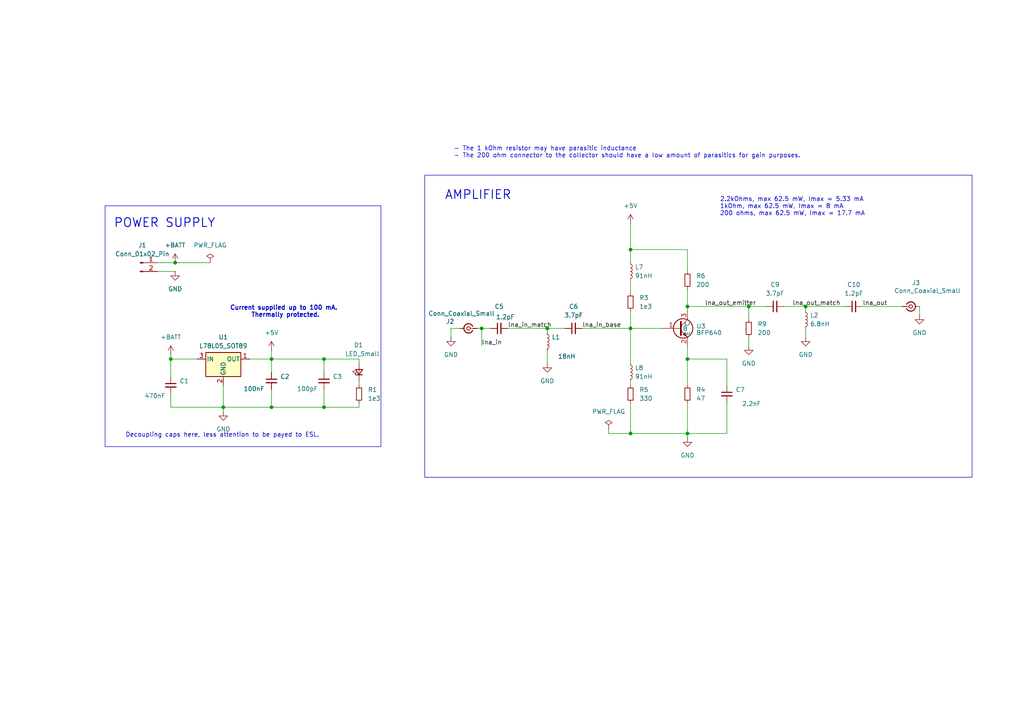
<source format=kicad_sch>
(kicad_sch (version 20231120) (generator "eeschema") (generator_version "8.0")
  (paper "A4")
  (lib_symbols
    (symbol "BFP640_1"
      (property "Reference" "U" (at 4.064 -0.762 0))
      (symbol "BFP640_1_0_1"
        (circle (center -1.27 0) (radius 2.8194) (stroke (width 0.254)))
        (polyline (pts (xy -1.905 0.635) (xy 0 2.54)))
        (polyline (pts (xy -1.905 -0.635) (xy 0 -2.54) (xy 0 -2.54)))
        (polyline (pts (xy -1.905 1.905) (xy -1.905 -1.905) (xy -1.905 -1.905)) (stroke (width 0.508)))
        (polyline (pts (xy -1.27 -1.778) (xy -0.762 -1.27) (xy -0.254 -2.286) (xy -1.27 -1.778) (xy -1.27 -1.778)) (fill (type outline)))
      )
      (symbol "BFP640_1_1_1"
        (pin input line (at -7.62 0 0) (length 5.715) (name "B") (number "1"))
        (pin passive line (at 0 -5.08 90) (length 2.54) (name "E") (number "2"))
        (pin passive line (at 0 5.08 270) (length 2.54) (name "C") (number "3"))
      )
    )
    (symbol "Connector:Conn_01x02_Pin" (pin_names (offset 1.016) hide)
      (property "Reference" "J" (at 0 2.54 0))
      (property "Value" "Conn_01x02_Pin" (at 0 -5.08 0))
      (symbol "Conn_01x02_Pin_1_1"
        (polyline (pts (xy 1.27 -2.54) (xy 0.8636 -2.54)) (stroke (width 0.1524)))
        (polyline (pts (xy 1.27 0) (xy 0.8636 0)) (stroke (width 0.1524)))
        (rectangle (start 0.8636 -2.413) (end 0 -2.667) (stroke (width 0.1524)) (fill (type outline)))
        (rectangle (start 0.8636 0.127) (end 0 -0.127) (stroke (width 0.1524)) (fill (type outline)))
        (pin passive line (at 5.08 0 180) (length 3.81) (name "Pin_1") (number "1"))
        (pin passive line (at 5.08 -2.54 180) (length 3.81) (name "Pin_2") (number "2"))
      )
    )
    (symbol "Connector:Conn_Coaxial_Small" (pin_numbers hide) (pin_names (offset 1.016) hide)
      (property "Reference" "J" (at 0.254 3.048 0))
      (property "Value" "Conn_Coaxial_Small" (at 0 -3.81 0))
      (symbol "Conn_Coaxial_Small_0_1"
        (polyline (pts (xy -2.54 0) (xy -0.508 0)))
        (circle (center 0 0) (radius 0.508) (stroke (width 0.2032)))
      )
      (symbol "Conn_Coaxial_Small_1_1"
        (arc (start -1.1916 -0.6311) (mid 0.327 -1.3081) (end 1.3484 0.0039) (stroke (width 0.3048)))
        (arc (start 1.3484 -0.0039) (mid 0.327 1.3081) (end -1.1916 0.6311) (stroke (width 0.3048)))
        (pin passive line (at -2.54 0 0) (length 1.27) (name "In") (number "1"))
        (pin passive line (at 2.54 0 180) (length 1.27) (name "Ext") (number "2"))
      )
    )
    (symbol "Device:C_Small" (pin_numbers hide) (pin_names (offset 0.254) hide)
      (property "Reference" "C" (at 0.254 1.778 0))
      (property "Value" "C_Small" (at 0.254 -2.032 0))
      (symbol "C_Small_0_1"
        (polyline (pts (xy -1.524 -0.508) (xy 1.524 -0.508)) (stroke (width 0.3302)))
        (polyline (pts (xy -1.524 0.508) (xy 1.524 0.508)) (stroke (width 0.3048)))
      )
      (symbol "C_Small_1_1"
        (pin passive line (at 0 2.54 270) (length 2.032) (name "~") (number "1"))
        (pin passive line (at 0 -2.54 90) (length 2.032) (name "~") (number "2"))
      )
    )
    (symbol "Device:LED_Small" (pin_numbers hide) (pin_names (offset 0.254) hide)
      (property "Reference" "D" (at -1.27 3.175 0))
      (property "Value" "LED_Small" (at -4.445 -2.54 0))
      (symbol "LED_Small_0_1"
        (polyline (pts (xy -0.762 -1.016) (xy -0.762 1.016)) (stroke (width 0.254)))
        (polyline (pts (xy 1.016 0) (xy -0.762 0)))
        (polyline (pts (xy 0.762 -1.016) (xy -0.762 0) (xy 0.762 1.016) (xy 0.762 -1.016)) (stroke (width 0.254)))
        (polyline (pts (xy 0 0.762) (xy -0.508 1.27) (xy -0.254 1.27) (xy -0.508 1.27) (xy -0.508 1.016)))
        (polyline (pts (xy 0.508 1.27) (xy 0 1.778) (xy 0.254 1.778) (xy 0 1.778) (xy 0 1.524)))
      )
      (symbol "LED_Small_1_1"
        (pin passive line (at -2.54 0 0) (length 1.778) (name "K") (number "1"))
        (pin passive line (at 2.54 0 180) (length 1.778) (name "A") (number "2"))
      )
    )
    (symbol "Device:L_Small" (pin_numbers hide) (pin_names (offset 0.254) hide)
      (property "Reference" "L" (at 0.762 1.016 0))
      (property "Value" "L_Small" (at 0.762 -1.016 0))
      (symbol "L_Small_0_1"
        (arc (start 0 -2.032) (mid 0.5058 -1.524) (end 0 -1.016))
        (arc (start 0 -1.016) (mid 0.5058 -0.508) (end 0 0))
        (arc (start 0 0) (mid 0.5058 0.508) (end 0 1.016))
        (arc (start 0 1.016) (mid 0.5058 1.524) (end 0 2.032))
      )
      (symbol "L_Small_1_1"
        (pin passive line (at 0 2.54 270) (length 0.508) (name "~") (number "1"))
        (pin passive line (at 0 -2.54 90) (length 0.508) (name "~") (number "2"))
      )
    )
    (symbol "Device:R_Small" (pin_numbers hide) (pin_names (offset 0.254) hide)
      (property "Reference" "R" (at 0.762 0.508 0))
      (property "Value" "R_Small" (at 0.762 -1.016 0))
      (symbol "R_Small_0_1"
        (rectangle (start -0.762 1.778) (end 0.762 -1.778) (stroke (width 0.2032)))
      )
      (symbol "R_Small_1_1"
        (pin passive line (at 0 2.54 270) (length 0.762) (name "~") (number "1"))
        (pin passive line (at 0 -2.54 90) (length 0.762) (name "~") (number "2"))
      )
    )
    (symbol "Regulator_Linear:L78L05_SOT89" (pin_names (offset 0.254))
      (property "Reference" "U" (at -3.81 3.175 0))
      (property "Value" "L78L05_SOT89" (at -0.635 3.175 0))
      (symbol "L78L05_SOT89_0_1"
        (rectangle (start -5.08 1.905) (end 5.08 -5.08) (stroke (width 0.254)) (fill (type background)))
      )
      (symbol "L78L05_SOT89_1_1"
        (pin power_out line (at 7.62 0 180) (length 2.54) (name "OUT") (number "1"))
        (pin power_in line (at 0 -7.62 90) (length 2.54) (name "GND") (number "2"))
        (pin power_in line (at -7.62 0 0) (length 2.54) (name "IN") (number "3"))
      )
    )
    (symbol "power:+5V" (power) (pin_numbers hide) (pin_names (offset 0) hide)
      (property "Value" "+5V" (at 0 3.556 0))
      (symbol "+5V_0_1"
        (polyline (pts (xy -0.762 1.27) (xy 0 2.54)))
        (polyline (pts (xy 0 0) (xy 0 2.54)))
        (polyline (pts (xy 0 2.54) (xy 0.762 1.27)))
      )
      (symbol "+5V_1_1"
        (pin power_in line (at 0 0 90) (length 0) (name "~") (number "1"))
      )
    )
    (symbol "power:+BATT" (power) (pin_numbers hide) (pin_names (offset 0) hide)
      (property "Value" "+BATT" (at 0 3.556 0))
      (symbol "+BATT_0_1"
        (polyline (pts (xy -0.762 1.27) (xy 0 2.54)))
        (polyline (pts (xy 0 0) (xy 0 2.54)))
        (polyline (pts (xy 0 2.54) (xy 0.762 1.27)))
      )
      (symbol "+BATT_1_1"
        (pin power_in line (at 0 0 90) (length 0) (name "~") (number "1"))
      )
    )
    (symbol "power:GND" (power) (pin_numbers hide) (pin_names (offset 0) hide)
      (property "Value" "GND" (at 0 -3.81 0))
      (symbol "GND_0_1"
        (polyline (pts (xy 0 0) (xy 0 -1.27) (xy 1.27 -1.27) (xy 0 -2.54) (xy -1.27 -1.27) (xy 0 -1.27)))
      )
      (symbol "GND_1_1"
        (pin power_in line (at 0 0 270) (length 0) (name "~") (number "1"))
      )
    )
    (symbol "power:PWR_FLAG" (power) (pin_numbers hide) (pin_names (offset 0) hide)
      (property "Value" "PWR_FLAG" (at 0 3.81 0))
      (symbol "PWR_FLAG_0_0"
        (pin power_out line (at 0 0 90) (length 0) (name "~") (number "1"))
      )
      (symbol "PWR_FLAG_0_1"
        (polyline (pts (xy 0 0) (xy 0 1.27) (xy -1.016 1.905) (xy 0 2.54) (xy 1.016 1.905) (xy 0 1.27)))
      )
    )
  )
  (junction (at 139.7 95.25))
  (junction (at 182.88 72.39))
  (junction (at 49.53 104.14))
  (junction (at 158.75 95.25))
  (junction (at 233.68 88.9))
  (junction (at 78.74 118.11))
  (junction (at 217.17 88.9))
  (junction (at 199.39 88.9))
  (junction (at 182.88 95.25))
  (junction (at 199.39 104.14))
  (junction (at 182.88 125.73))
  (junction (at 78.74 104.14))
  (junction (at 199.39 125.73))
  (junction (at 50.8 76.2))
  (junction (at 93.98 118.11))
  (junction (at 93.98 104.14))
  (junction (at 64.77 118.11))
  (wire (pts (xy 182.88 90.17) (xy 182.88 95.25)))
  (wire (pts (xy 158.75 95.25) (xy 158.75 96.52)))
  (wire (pts (xy 182.88 110.49) (xy 182.88 111.76)))
  (wire (pts (xy 93.98 118.11) (xy 104.14 118.11)))
  (wire (pts (xy 182.88 95.25) (xy 191.77 95.25)))
  (wire (pts (xy 182.88 64.77) (xy 182.88 72.39)))
  (wire (pts (xy 217.17 88.9) (xy 217.17 92.71)))
  (wire (pts (xy 78.74 118.11) (xy 93.98 118.11)))
  (wire (pts (xy 139.7 95.25) (xy 138.43 95.25)))
  (wire (pts (xy 199.39 72.39) (xy 199.39 78.74)))
  (wire (pts (xy 130.81 95.25) (xy 133.35 95.25)))
  (wire (pts (xy 104.14 110.49) (xy 104.14 111.76)))
  (wire (pts (xy 176.53 125.73) (xy 182.88 125.73)))
  (wire (pts (xy 93.98 104.14) (xy 93.98 107.95)))
  (wire (pts (xy 130.81 97.79) (xy 130.81 95.25)))
  (wire (pts (xy 227.33 88.9) (xy 233.68 88.9)))
  (wire (pts (xy 49.53 104.14) (xy 49.53 109.22)))
  (wire (pts (xy 104.14 116.84) (xy 104.14 118.11)))
  (wire (pts (xy 217.17 97.79) (xy 217.17 100.33)))
  (wire (pts (xy 210.82 104.14) (xy 210.82 111.76)))
  (wire (pts (xy 139.7 100.33) (xy 139.7 95.25)))
  (wire (pts (xy 233.68 88.9) (xy 233.68 90.17)))
  (wire (pts (xy 210.82 116.84) (xy 210.82 125.73)))
  (wire (pts (xy 49.53 114.3) (xy 49.53 118.11)))
  (wire (pts (xy 199.39 88.9) (xy 199.39 90.17)))
  (wire (pts (xy 233.68 88.9) (xy 245.11 88.9)))
  (wire (pts (xy 78.74 101.6) (xy 78.74 104.14)))
  (wire (pts (xy 182.88 95.25) (xy 182.88 105.41)))
  (wire (pts (xy 182.88 116.84) (xy 182.88 125.73)))
  (wire (pts (xy 182.88 72.39) (xy 182.88 76.2)))
  (wire (pts (xy 199.39 125.73) (xy 199.39 127)))
  (wire (pts (xy 199.39 116.84) (xy 199.39 125.73)))
  (wire (pts (xy 139.7 95.25) (xy 142.24 95.25)))
  (wire (pts (xy 199.39 100.33) (xy 199.39 104.14)))
  (wire (pts (xy 49.53 118.11) (xy 64.77 118.11)))
  (wire (pts (xy 78.74 104.14) (xy 93.98 104.14)))
  (wire (pts (xy 64.77 119.38) (xy 64.77 118.11)))
  (wire (pts (xy 93.98 104.14) (xy 104.14 104.14)))
  (wire (pts (xy 158.75 95.25) (xy 163.83 95.25)))
  (wire (pts (xy 50.8 76.2) (xy 60.96 76.2)))
  (wire (pts (xy 182.88 125.73) (xy 199.39 125.73)))
  (wire (pts (xy 266.7 88.9) (xy 266.7 91.44)))
  (wire (pts (xy 199.39 104.14) (xy 199.39 111.76)))
  (wire (pts (xy 104.14 105.41) (xy 104.14 104.14)))
  (wire (pts (xy 93.98 113.03) (xy 93.98 118.11)))
  (wire (pts (xy 78.74 113.03) (xy 78.74 118.11)))
  (wire (pts (xy 199.39 83.82) (xy 199.39 88.9)))
  (wire (pts (xy 64.77 118.11) (xy 78.74 118.11)))
  (wire (pts (xy 250.19 88.9) (xy 261.62 88.9)))
  (wire (pts (xy 57.15 104.14) (xy 49.53 104.14)))
  (wire (pts (xy 199.39 125.73) (xy 210.82 125.73)))
  (wire (pts (xy 168.91 95.25) (xy 182.88 95.25)))
  (wire (pts (xy 64.77 111.76) (xy 64.77 118.11)))
  (wire (pts (xy 158.75 101.6) (xy 158.75 105.41)))
  (wire (pts (xy 49.53 102.87) (xy 49.53 104.14)))
  (wire (pts (xy 72.39 104.14) (xy 78.74 104.14)))
  (wire (pts (xy 199.39 104.14) (xy 210.82 104.14)))
  (wire (pts (xy 182.88 72.39) (xy 199.39 72.39)))
  (wire (pts (xy 199.39 88.9) (xy 217.17 88.9)))
  (wire (pts (xy 45.72 78.74) (xy 50.8 78.74)))
  (wire (pts (xy 78.74 107.95) (xy 78.74 104.14)))
  (wire (pts (xy 45.72 76.2) (xy 50.8 76.2)))
  (wire (pts (xy 147.32 95.25) (xy 158.75 95.25)))
  (wire (pts (xy 176.53 125.73) (xy 176.53 124.46)))
  (wire (pts (xy 217.17 88.9) (xy 222.25 88.9)))
  (wire (pts (xy 233.68 95.25) (xy 233.68 97.79)))
  (wire (pts (xy 182.88 81.28) (xy 182.88 85.09)))
  (rectangle (start 30.48 59.69) (end 110.49 129.54))
  (rectangle (start 123.19 50.8) (end 281.94 138.43))
  (text "Current supplied up to 100 mA. \nThermally protected." (at 82.804 90.424 0) (effects (font (size 1.27 1.27) (thickness 0.254) (bold yes))))
  (text "2.2kOhms, max 62.5 mW, Imax = 5.33 mA \n1kOhm, max 62.5 mW, Imax = 8 mA\n200 ohms, max 62.5 mW, Imax = 17.7 mA" (at 208.788 59.944 0) (effects (font (size 1.27 1.27) (thickness 0.1588)) (justify left)))
  (text "AMPLIFIER\n" (at 138.684 56.642 0) (effects (font (size 2.54 2.54) (thickness 0.254) (bold yes))))
  (text "POWER SUPPLY" (at 47.752 64.77 0) (effects (font (size 2.54 2.54) (thickness 0.254) (bold yes))))
  (text "Decoupling caps here, less attention to be payed to ESL." (at 64.516 126.238 0) (effects (font (size 1.27 1.27) (thickness 0.1588))))
  (text "- The 1 kOhm resistor may have parasitic inductance\n- The 200 ohm connector to the collector should have a low amount of parasitics for gain purposes." (at 131.572 44.196 0) (effects (font (size 1.27 1.27)) (justify left)))
  (label "lna_out_emitter" (at 204.47 88.9 0))
  (label "lna_out" (at 250.19 88.9 0))
  (label "lna_in_match" (at 147.32 95.25 0))
  (label "lna_out_match" (at 229.87 88.9 0))
  (label "lna_in_base" (at 168.91 95.25 0))
  (label "lna_in" (at 139.7 100.33 0))
  (symbol (lib_id "Device:C_Small") (at 224.79 88.9 90) (unit 1)
    (property "Reference" "C9" (at 224.7963 82.55 90))
    (property "Value" "3.7pF" (at 224.7963 85.09 90))
    (property "Footprint" "Capacitor_SMD:C_0402_1005Metric" (effects (hide yes)))
    (property "Datasheet" "https://www.lcsc.com/datasheet/lcsc_datasheet_1811081521_Murata-Electronics-GJM1555C1H3R6WB01D_C161321.pdf" (effects (hide yes)))
    (property "Description" "Unpolarized capacitor, small symbol" (effects (hide yes)))
    (property "LCSC Part Number" "C161321" (effects (hide yes)))
    (property "Manufacturing Part Number" "GJM1555C1H3R6WB01D" (effects (hide yes)))
  )
  (symbol (lib_id "Device:C_Small") (at 166.37 95.25 90) (unit 1)
    (property "Reference" "C6" (at 166.3763 88.9 90))
    (property "Value" "3.7pF" (at 166.3763 91.44 90))
    (property "Footprint" "Capacitor_SMD:C_0402_1005Metric" (effects (hide yes)))
    (property "Datasheet" "https://www.lcsc.com/datasheet/lcsc_datasheet_1811081521_Murata-Electronics-GJM1555C1H3R6WB01D_C161321.pdf" (effects (hide yes)))
    (property "Description" "Unpolarized capacitor, small symbol" (effects (hide yes)))
    (property "LCSC Part Number" "C161321" (effects (hide yes)))
    (property "Manufacturing Part Number" "GJM1555C1H3R6WB01D" (effects (hide yes)))
  )
  (symbol (lib_id "Device:R_Small") (at 199.39 81.28 0) (unit 1)
    (property "Reference" "R6" (at 201.93 80.0099 0) (effects (justify left)))
    (property "Value" "200" (at 201.93 82.5499 0) (effects (justify left)))
    (property "Footprint" "Resistor_SMD:R_0402_1005Metric" (effects (hide yes)))
    (property "Datasheet" "https://www.lcsc.com/datasheet/lcsc_datasheet_2206010216_UNI-ROYAL-Uniroyal-Elec-0402WGF0000TCE_C17168.pdf" (effects (hide yes)))
    (property "Description" "Resistor, small symbol" (effects (hide yes)))
    (property "LCSC Part Number" "C25091" (effects (hide yes)))
    (property "Manufacturing Part Number" "0402WGF2200TCE" (effects (hide yes)))
  )
  (symbol (lib_id "Device:C_Small") (at 93.98 110.49 0) (unit 1)
    (property "Reference" "C3" (at 96.52 109.2262 0) (effects (justify left)))
    (property "Value" "100pF" (at 92.202 112.776 0) (effects (justify right)))
    (property "Footprint" "Capacitor_SMD:C_0402_1005Metric" (effects (hide yes)))
    (property "Datasheet" "https://www.lcsc.com/datasheet/lcsc_datasheet_2304140030_Samsung-Electro-Mechanics-CL10C101JB8NNNC_C14858.pdf" (effects (hide yes)))
    (property "Description" "Unpolarized capacitor, small symbol" (effects (hide yes)))
    (property "LCSC Part Number" "C1546" (effects (hide yes)))
    (property "Manufacturing Part Number" "0402CG101J500NT" (effects (hide yes)))
  )
  (symbol (lib_id "power:+5V") (at 182.88 64.77 0) (unit 1)
    (property "Reference" "#PWR09" (effects (hide yes)))
    (property "Value" "+5V" (at 182.88 59.69 0))
    (property "Description" "Power symbol creates a global label with name \"+5V\"" (effects (hide yes)))
  )
  (symbol (lib_id "power:GND") (at 199.39 127 0) (unit 1)
    (property "Reference" "#PWR010" (effects (hide yes)))
    (property "Value" "GND" (at 199.39 132.08 0))
    (property "Description" "Power symbol creates a global label with name \"GND\" , ground" (effects (hide yes)))
  )
  (symbol (lib_id "Connector:Conn_Coaxial_Small") (at 135.89 95.25 180) (unit 1)
    (property "Reference" "J2" (at 130.556 93.218 0))
    (property "Value" "Conn_Coaxial_Small" (at 133.858 90.932 0))
    (property "Footprint" "Library:SMA_Amphenol_901-143_Vertical" (effects (hide yes)))
    (property "Datasheet" "https://www.lcsc.com/datasheet/lcsc_datasheet_2405210917_BAT-WIRELESS-BWSMA-KE-Z001_C496549.pdf" (effects (hide yes)))
    (property "Description" "small coaxial connector (BNC, SMA, SMB, SMC, Cinch/RCA, LEMO, ...)" (effects (hide yes)))
    (property "LCSC Part Number" "C496549" (effects (hide yes)))
    (property "Manufacturing Part Number" "BWSMA-KE-Z001" (effects (hide yes)))
  )
  (symbol (lib_id "power:GND") (at 158.75 105.41 0) (unit 1)
    (property "Reference" "#PWR07" (effects (hide yes)))
    (property "Value" "GND" (at 158.75 110.49 0))
    (property "Description" "Power symbol creates a global label with name \"GND\" , ground" (effects (hide yes)))
  )
  (symbol (lib_id "Device:R_Small") (at 182.88 114.3 0) (unit 1)
    (property "Reference" "R5" (at 185.42 113.0299 0) (effects (justify left)))
    (property "Value" "330" (at 185.42 115.5699 0) (effects (justify left)))
    (property "Footprint" "Resistor_SMD:R_0402_1005Metric" (effects (hide yes)))
    (property "Datasheet" "https://www.lcsc.com/datasheet/lcsc_datasheet_2206010216_UNI-ROYAL-Uniroyal-Elec-0402WGF0000TCE_C17168.pdf" (effects (hide yes)))
    (property "Description" "Resistor, small symbol" (effects (hide yes)))
    (property "Manufacturing Part Number" "0402WGF1001TCE" (effects (hide yes)))
    (property "LCSC Part Number" "C11702" (effects (hide yes)))
  )
  (symbol (lib_id "Regulator_Linear:L78L05_SOT89") (at 64.77 104.14 0) (unit 1)
    (property "Reference" "U1" (at 64.77 97.79 0))
    (property "Value" "L78L05_SOT89" (at 64.77 100.33 0))
    (property "Footprint" "Package_TO_SOT_SMD:SOT-89-3" (effects (hide yes)))
    (property "Datasheet" "http://www.st.com/content/ccc/resource/technical/document/datasheet/15/55/e5/aa/23/5b/43/fd/CD00000446.pdf/files/CD00000446.pdf/jcr:content/translations/en.CD00000446.pdf" (effects (hide yes)))
    (property "Description" "Positive 100mA 30V Linear Regulator, Fixed Output 5V, SOT-89" (effects (hide yes)))
    (property "LCSC Part Number" "C71136" (effects (hide yes)))
    (property "Manufacturing Part Number" "78L05G-AB3-R " (effects (hide yes)))
  )
  (symbol (lib_id "power:GND") (at 130.81 97.79 0) (unit 1)
    (property "Reference" "#PWR06" (effects (hide yes)))
    (property "Value" "GND" (at 130.81 102.87 0))
    (property "Description" "Power symbol creates a global label with name \"GND\" , ground" (effects (hide yes)))
  )
  (symbol (lib_id "Device:L_Small") (at 233.68 92.71 0) (unit 1)
    (property "Reference" "L2" (at 234.95 91.4399 0) (effects (justify left)))
    (property "Value" "6.8nH" (at 234.95 93.9799 0) (effects (justify left)))
    (property "Footprint" "Inductor_SMD:L_0402_1005Metric" (effects (hide yes)))
    (property "Datasheet" "https://media.digikey.com/pdf/Data%20Sheets/Shenzhen%20Sunlord/SDCL-D.pdf" (effects (hide yes)))
    (property "Description" "Inductor, small symbol" (effects (hide yes)))
    (property "LCSC Part Number" "C32041" (effects (hide yes)))
    (property "Manufacturing Part Number" "SDCL1005C6N8JTDF" (effects (hide yes)))
  )
  (symbol (lib_id "Connector:Conn_Coaxial_Small") (at 264.16 88.9 0) (unit 1)
    (property "Reference" "J3" (at 265.684 82.042 0))
    (property "Value" "Conn_Coaxial_Small" (at 268.986 84.328 0))
    (property "Footprint" "Library:SMA_Amphenol_901-143_Vertical" (effects (hide yes)))
    (property "Datasheet" "https://www.lcsc.com/datasheet/lcsc_datasheet_2405210917_BAT-WIRELESS-BWSMA-KE-Z001_C496549.pdf" (effects (hide yes)))
    (property "Description" "small coaxial connector (BNC, SMA, SMB, SMC, Cinch/RCA, LEMO, ...)" (effects (hide yes)))
    (property "LCSC Part Number" "C496549" (effects (hide yes)))
    (property "Manufacturing Part Number" "BWSMA-KE-Z001" (effects (hide yes)))
  )
  (symbol (lib_id "power:PWR_FLAG") (at 60.96 76.2 0) (unit 1)
    (property "Reference" "#FLG01" (effects (hide yes)))
    (property "Value" "PWR_FLAG" (at 60.96 71.12 0))
    (property "Description" "Special symbol for telling ERC where power comes from" (effects (hide yes)))
  )
  (symbol (lib_id "power:+BATT") (at 49.53 102.87 0) (unit 1)
    (property "Reference" "#PWR01" (effects (hide yes)))
    (property "Value" "+BATT" (at 49.53 97.79 0))
    (property "Description" "Power symbol creates a global label with name \"+BATT\"" (effects (hide yes)))
  )
  (symbol (lib_id "power:GND") (at 233.68 97.79 0) (unit 1)
    (property "Reference" "#PWR012" (effects (hide yes)))
    (property "Value" "GND" (at 233.68 102.87 0))
    (property "Description" "Power symbol creates a global label with name \"GND\" , ground" (effects (hide yes)))
  )
  (symbol (lib_id "Device:L_Small") (at 158.75 99.06 0) (unit 1)
    (property "Reference" "L1" (at 160.02 97.7899 0) (effects (justify left)))
    (property "Value" "18nH" (at 161.798 103.378 0) (effects (justify left)))
    (property "Footprint" "Inductor_SMD:L_0402_1005Metric" (effects (hide yes)))
    (property "Datasheet" "https://media.digikey.com/pdf/Data%20Sheets/Shenzhen%20Sunlord/SDCL-D.pdf" (effects (hide yes)))
    (property "Description" "Inductor, small symbol" (effects (hide yes)))
    (property "LCSC Part Number" "C24562" (effects (hide yes)))
    (property "Manufacturing Part Number" "SDCL1005C18NJTDF" (effects (hide yes)))
  )
  (symbol (lib_id "Device:LED_Small") (at 104.14 107.95 90) (unit 1)
    (property "Reference" "D1" (at 102.616 100.076 90) (effects (justify right)))
    (property "Value" "LED_Small" (at 100.076 102.616 90) (effects (justify right)))
    (property "Footprint" "LED_SMD:LED_0603_1608Metric" (effects (hide yes)))
    (property "Datasheet" "https://jlcpcb.com/api/file/downloadByFileSystemAccessId/8550723991833485312" (effects (hide yes)))
    (property "Description" "Light emitting diode, small symbol" (effects (hide yes)))
    (property "LCSC Part Number" "C2286" (effects (hide yes)))
    (property "Manufacturing Part Number" "KT-0603R" (effects (hide yes)))
  )
  (symbol (lib_id "Device:C_Small") (at 49.53 111.76 0) (unit 1)
    (property "Reference" "C1" (at 52.07 110.4962 0) (effects (justify left)))
    (property "Value" "470nF" (at 41.91 114.808 0) (effects (justify left)))
    (property "Footprint" "Capacitor_SMD:C_0603_1608Metric" (effects (hide yes)))
    (property "Datasheet" "https://www.lcsc.com/datasheet/lcsc_datasheet_2304140030_Samsung-Electro-Mechanics-CL10B474KA8NNNC_C1623.pdf" (effects (hide yes)))
    (property "Description" "Unpolarized capacitor, small symbol" (effects (hide yes)))
    (property "LCSC Part Number" "C1623" (effects (hide yes)))
    (property "Manufacturing Part Number" "CL10B474KA8NNNC" (effects (hide yes)))
  )
  (symbol (lib_id "power:GND") (at 50.8 78.74 0) (unit 1)
    (property "Reference" "#PWR03" (effects (hide yes)))
    (property "Value" "GND" (at 50.8 83.82 0))
    (property "Description" "Power symbol creates a global label with name \"GND\" , ground" (effects (hide yes)))
  )
  (symbol (lib_id "power:GND") (at 217.17 100.33 0) (unit 1)
    (property "Reference" "#PWR011" (effects (hide yes)))
    (property "Value" "GND" (at 217.17 105.41 0))
    (property "Description" "Power symbol creates a global label with name \"GND\" , ground" (effects (hide yes)))
  )
  (symbol (lib_id "Device:L_Small") (at 182.88 107.95 0) (unit 1)
    (property "Reference" "L8" (at 184.15 106.6799 0) (effects (justify left)))
    (property "Value" "91nH" (at 184.15 109.2199 0) (effects (justify left)))
    (property "Footprint" "Inductor_SMD:L_0603_1608Metric" (effects (hide yes)))
    (property "Datasheet" "https://www.lcsc.com/datasheet/lcsc_datasheet_2304140030_Murata-Electronics-LQW18AN91NG0ZD_C237546.pdf" (effects (hide yes)))
    (property "Description" "Inductor, small symbol" (effects (hide yes)))
    (property "LCSC Part Number" "C237546" (effects (hide yes)))
    (property "Manufacturing Part Number" "LQW18AN91NG0ZD" (effects (hide yes)))
  )
  (symbol (lib_id "Device:C_Small") (at 247.65 88.9 90) (unit 1)
    (property "Reference" "C10" (at 247.6563 82.55 90))
    (property "Value" "1.2pF" (at 247.6563 85.09 90))
    (property "Footprint" "Capacitor_SMD:C_0402_1005Metric" (effects (hide yes)))
    (property "Datasheet" "https://wmsc.lcsc.com/wmsc/upload/file/pdf/v2/lcsc/1811081710_Murata-Electronics-GJM1555C1H1R2WB01D_C76899.pdf" (effects (hide yes)))
    (property "Description" "Unpolarized capacitor, small symbol" (effects (hide yes)))
    (property "LCSC Part Number" "C76899" (effects (hide yes)))
    (property "Manufacturing Part Number" "GJM1555C1H1R2WB01D" (effects (hide yes)))
  )
  (symbol (lib_id "Device:C_Small") (at 210.82 114.3 0) (unit 1)
    (property "Reference" "C7" (at 213.36 113.0362 0) (effects (justify left)))
    (property "Value" "2.2nF" (at 220.726 117.094 0) (effects (justify right)))
    (property "Footprint" "Capacitor_SMD:C_0805_2012Metric" (effects (hide yes)))
    (property "Datasheet" "https://www.lcsc.com/datasheet/lcsc_datasheet_2304140030_Samsung-Electro-Mechanics-CL21C222JBFNNNE_C28260.pdf" (effects (hide yes)))
    (property "Description" "Unpolarized capacitor, small symbol" (effects (hide yes)))
    (property "LCSC Part Number" "C28260" (effects (hide yes)))
    (property "Manufacturing Part Number" "CL21C222JBFNNNE" (effects (hide yes)))
  )
  (symbol (lib_id "Connector:Conn_01x02_Pin") (at 40.64 76.2 0) (unit 1)
    (property "Reference" "J1" (at 41.275 71.12 0))
    (property "Value" "Conn_01x02_Pin" (at 41.275 73.66 0))
    (property "Footprint" "Connector_Wire:SolderWire-0.25sqmm_1x02_P4.2mm_D0.65mm_OD1.7mm" (effects (hide yes)))
    (property "Description" "Generic connector, single row, 01x02, script generated" (effects (hide yes)))
  )
  (symbol (lib_id "Device:R_Small") (at 104.14 114.3 0) (unit 1)
    (property "Reference" "R1" (at 106.68 113.0299 0) (effects (justify left)))
    (property "Value" "1e3" (at 106.68 115.5699 0) (effects (justify left)))
    (property "Footprint" "Resistor_SMD:R_0402_1005Metric" (effects (hide yes)))
    (property "Datasheet" "https://www.lcsc.com/datasheet/lcsc_datasheet_2206010216_UNI-ROYAL-Uniroyal-Elec-0402WGF0000TCE_C17168.pdf" (effects (hide yes)))
    (property "Description" "Resistor, small symbol" (effects (hide yes)))
    (property "Manufacturing Part Number" "0402WGF1001TCE" (effects (hide yes)))
    (property "LCSC Part Number" "C11702" (effects (hide yes)))
  )
  (symbol (lib_id "power:+5V") (at 78.74 101.6 0) (unit 1)
    (property "Reference" "#PWR05" (effects (hide yes)))
    (property "Value" "+5V" (at 78.74 96.52 0))
    (property "Description" "Power symbol creates a global label with name \"+5V\"" (effects (hide yes)))
  )
  (symbol (lib_id "power:PWR_FLAG") (at 176.53 124.46 0) (unit 1)
    (property "Reference" "#FLG02" (effects (hide yes)))
    (property "Value" "PWR_FLAG" (at 176.53 119.38 0))
    (property "Description" "Special symbol for telling ERC where power comes from" (effects (hide yes)))
  )
  (symbol (lib_id "Device:L_Small") (at 182.88 78.74 0) (unit 1)
    (property "Reference" "L7" (at 184.15 77.4699 0) (effects (justify left)))
    (property "Value" "91nH" (at 184.15 80.0099 0) (effects (justify left)))
    (property "Footprint" "Inductor_SMD:L_0603_1608Metric" (effects (hide yes)))
    (property "Datasheet" "https://www.lcsc.com/datasheet/lcsc_datasheet_2304140030_Murata-Electronics-LQW18AN91NG0ZD_C237546.pdf" (effects (hide yes)))
    (property "Description" "Inductor, small symbol" (effects (hide yes)))
    (property "LCSC Part Number" "C237546" (effects (hide yes)))
    (property "Manufacturing Part Number" "LQW18AN91NG0ZD" (effects (hide yes)))
  )
  (symbol (lib_name "BFP640_1") (lib_id "rf_lna:BFP640") (at 199.39 95.25 0) (unit 1)
    (property "Reference" "U3" (at 201.93 94.6149 0) (effects (justify left)))
    (property "Value" "BFP640" (at 201.93 96.52 0) (effects (justify left)))
    (property "Footprint" "Library:BFP640" (effects (hide yes)))
    (property "Datasheet" "https://www.lcsc.com/datasheet/lcsc_datasheet_2304140030_Infineon-Technologies-BFP640H6327_C439781.pdf" (effects (hide yes)))
    (property "LCSC Part Number" "C439781" (effects (hide yes)))
    (property "Manufacturing Part Number" "BFP640H6327" (effects (hide yes)))
  )
  (symbol (lib_id "Device:R_Small") (at 217.17 95.25 0) (unit 1)
    (property "Reference" "R9" (at 219.71 93.9799 0) (effects (justify left)))
    (property "Value" "200" (at 219.71 96.5199 0) (effects (justify left)))
    (property "Footprint" "Resistor_SMD:R_0402_1005Metric" (effects (hide yes)))
    (property "Datasheet" "https://www.lcsc.com/datasheet/lcsc_datasheet_2206010216_UNI-ROYAL-Uniroyal-Elec-0402WGF0000TCE_C17168.pdf" (effects (hide yes)))
    (property "Description" "Resistor, small symbol" (effects (hide yes)))
    (property "LCSC Part Number" "C25091" (effects (hide yes)))
    (property "Manufacturing Part Number" "0402WGF2200TCE" (effects (hide yes)))
  )
  (symbol (lib_id "power:GND") (at 266.7 91.44 0) (unit 1)
    (property "Reference" "#PWR013" (effects (hide yes)))
    (property "Value" "GND" (at 266.7 96.52 0))
    (property "Description" "Power symbol creates a global label with name \"GND\" , ground" (effects (hide yes)))
  )
  (symbol (lib_id "power:+BATT") (at 50.8 76.2 0) (unit 1)
    (property "Reference" "#PWR02" (effects (hide yes)))
    (property "Value" "+BATT" (at 50.8 71.12 0))
    (property "Description" "Power symbol creates a global label with name \"+BATT\"" (effects (hide yes)))
  )
  (symbol (lib_id "Device:C_Small") (at 144.78 95.25 90) (unit 1)
    (property "Reference" "C5" (at 144.7863 88.9 90))
    (property "Value" "1.2pF" (at 146.558 91.948 90))
    (property "Footprint" "Capacitor_SMD:C_0402_1005Metric" (effects (hide yes)))
    (property "Datasheet" "https://wmsc.lcsc.com/wmsc/upload/file/pdf/v2/lcsc/1811081710_Murata-Electronics-GJM1555C1H1R2WB01D_C76899.pdf" (effects (hide yes)))
    (property "Description" "Unpolarized capacitor, small symbol" (effects (hide yes)))
    (property "LCSC Part Number" "C76899" (effects (hide yes)))
    (property "Manufacturing Part Number" "GJM1555C1H1R2WB01D" (effects (hide yes)))
  )
  (symbol (lib_id "Device:C_Small") (at 78.74 110.49 0) (unit 1)
    (property "Reference" "C2" (at 81.28 109.2262 0) (effects (justify left)))
    (property "Value" "100nF" (at 76.708 112.776 0) (effects (justify right)))
    (property "Footprint" "Capacitor_SMD:C_0402_1005Metric" (effects (hide yes)))
    (property "Datasheet" "https://www.lcsc.com/datasheet/lcsc_datasheet_2304140030_Samsung-Electro-Mechanics-CL05B104KO5NNNC_C1525.pdf" (effects (hide yes)))
    (property "Description" "Unpolarized capacitor, small symbol" (effects (hide yes)))
    (property "LCSC Part Number" "C1525" (effects (hide yes)))
    (property "Manufacturing Part Number" "CL05B104KO5NNNC" (effects (hide yes)))
  )
  (symbol (lib_id "power:GND") (at 64.77 119.38 0) (unit 1)
    (property "Reference" "#PWR04" (effects (hide yes)))
    (property "Value" "GND" (at 64.77 124.46 0))
    (property "Description" "Power symbol creates a global label with name \"GND\" , ground" (effects (hide yes)))
  )
  (symbol (lib_id "Device:R_Small") (at 182.88 87.63 0) (unit 1)
    (property "Reference" "R3" (at 185.42 86.3599 0) (effects (justify left)))
    (property "Value" "1e3" (at 185.42 88.8999 0) (effects (justify left)))
    (property "Footprint" "Resistor_SMD:R_0402_1005Metric" (effects (hide yes)))
    (property "Datasheet" "https://www.lcsc.com/datasheet/lcsc_datasheet_2206010216_UNI-ROYAL-Uniroyal-Elec-0402WGF0000TCE_C17168.pdf" (effects (hide yes)))
    (property "Description" "Resistor, small symbol" (effects (hide yes)))
    (property "Manufacturing Part Number" "0402WGF1001TCE" (effects (hide yes)))
    (property "LCSC Part Number" "C11702" (effects (hide yes)))
  )
  (symbol (lib_id "Device:R_Small") (at 199.39 114.3 0) (unit 1)
    (property "Reference" "R4" (at 201.93 113.0299 0) (effects (justify left)))
    (property "Value" "47" (at 201.93 115.5699 0) (effects (justify left)))
    (property "Footprint" "Capacitor_SMD:C_0402_1005Metric" (effects (hide yes)))
    (property "Datasheet" "https://www.lcsc.com/datasheet/lcsc_datasheet_2206010216_UNI-ROYAL-Uniroyal-Elec-0402WGF0000TCE_C17168.pdf" (effects (hide yes)))
    (property "Description" "Resistor, small symbol" (effects (hide yes)))
    (property "LCSC Part Number" "C4109" (effects (hide yes)))
    (property "Manufacturing Part Number" "0402WGF2001TCE" (effects (hide yes)))
  )
)
</source>
